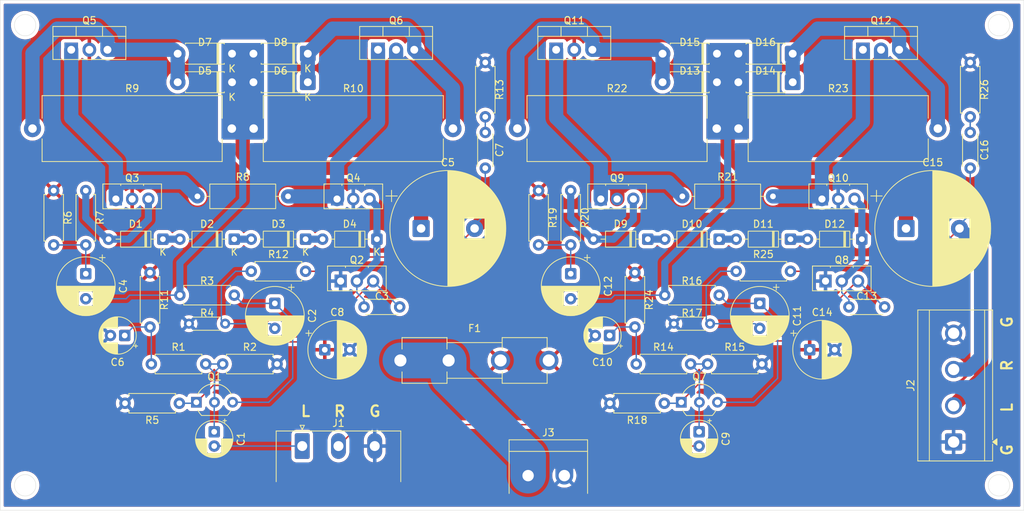
<source format=kicad_pcb>
(kicad_pcb (version 20241229) (generator "pcbnew") (generator_version "9.0")
  (layers (0 "F.Cu" signal) (2 "B.Cu" signal) (13 "F.Paste" user) (15 "B.Paste" user) (5 "F.SilkS" user "F.Silkscreen") (7 "B.SilkS" user "B.Silkscreen") (1 "F.Mask" user) (3 "B.Mask" user) (25 "Edge.Cuts" user))
  (net 0 "")
  (net 1 "Net-(Q1-B)")
  (net 2 "/amp-channel/VIN")
  (net 3 "Net-(C2-Pad2)")
  (net 4 "Net-(Q1-E)")
  (net 5 "Net-(D4-K)")
  (net 6 "Net-(Q1-C)")
  (net 7 "Net-(C4-Pad1)")
  (net 8 "/amp-channel/FB_DC")
  (net 9 "/amp-channel/VOUT")
  (net 10 "Net-(C6-Pad1)")
  (net 11 "GND")
  (net 12 "Net-(C7-Pad2)")
  (net 13 "VCC")
  (net 14 "Net-(Q7-B)")
  (net 15 "/amp-channel1/VIN")
  (net 16 "Net-(C10-Pad1)")
  (net 17 "Net-(Q7-E)")
  (net 18 "Net-(C11-Pad2)")
  (net 19 "/amp-channel1/FB_DC")
  (net 20 "Net-(C12-Pad1)")
  (net 21 "Net-(D12-K)")
  (net 22 "Net-(Q7-C)")
  (net 23 "/amp-channel1/VOUT")
  (net 24 "Net-(C16-Pad2)")
  (net 25 "Net-(D1-A)")
  (net 26 "Net-(D1-K)")
  (net 27 "Net-(D2-K)")
  (net 28 "Net-(D3-K)")
  (net 29 "Net-(D5-A)")
  (net 30 "Net-(D6-K)")
  (net 31 "Net-(D9-A)")
  (net 32 "Net-(D10-A)")
  (net 33 "Net-(D10-K)")
  (net 34 "Net-(D11-K)")
  (net 35 "Net-(D13-A)")
  (net 36 "Net-(D14-K)")
  (net 37 "Net-(J3-Pin_1)")
  (net 38 "Net-(Q3-E)")
  (net 39 "Net-(Q4-E)")
  (net 40 "Net-(Q11-B)")
  (net 41 "Net-(Q10-E)")
  (footprint "Resistor_THT:R_Axial_DIN0207_L6.3mm_D2.5mm_P7.62mm_Horizontal" (layer "F.Cu") (at 133.5 77.85 90)
    (property "Reference" "R13")
    (property "Value" "2R7")
  )
  (footprint "Package_TO_SOT_THT:TO-126-3_Vertical" (layer "F.Cu") (at 180.69 89.375)
    (property "Reference" "Q10")
    (property "Value" "BD140")
  )
  (footprint "Resistor_THT:R_Axial_Power_L25.0mm_W9.0mm_P27.94mm" (layer "F.Cu") (at 101.03 79.5)
    (property "Reference" "R10")
    (property "Value" "2R7")
  )
  (footprint "Resistor_THT:R_Axial_DIN0207_L6.3mm_D2.5mm_P7.62mm_Horizontal" (layer "F.Cu") (at 140.97 88.19 -90)
    (property "Reference" "R19")
    (property "Value" "2k2")
  )
  (footprint "Resistor_THT:R_Axial_DIN0204_L3.6mm_D1.6mm_P5.08mm_Horizontal" (layer "F.Cu") (at 165.01 106.847349 180)
    (property "Reference" "R17")
    (property "Value" "100R")
  )
  (footprint "TerminalBlock_CUI:TerminalBlock_CUI_TB007-508-04_1x04_P5.08mm_Horizontal" (layer "F.Cu") (at 199.1425 123.425 90)
    (property "Reference" "J2")
    (property "Value" "Screw_Terminal_01x04")
  )
  (footprint "Diode_THT:D_DO-35_SOD27_P7.62mm_Horizontal" (layer "F.Cu") (at 118.31 95 180)
    (property "Reference" "D4")
    (property "Value" "1N4148")
  )
  (footprint "Resistor_THT:R_Axial_DIN0207_L6.3mm_D2.5mm_P7.62mm_Horizontal" (layer "F.Cu") (at 96.69 112.5)
    (property "Reference" "R2")
    (property "Value" "33k")
  )
  (footprint "Fuse:Fuseholder_Clip-5x20mm_Eaton_1A5601-01_Inline_P20.80x6.76mm_D1.70mm_Horizontal" (layer "F.Cu") (at 121.6 112)
    (property "Reference" "F1")
    (property "Value" "Fuse Holder")
  )
  (footprint "Diode_THT:D_DO-41_SOD81_P7.62mm_Horizontal" (layer "F.Cu") (at 98 69 180)
    (property "Reference" "D7")
    (property "Value" "UF4004")
  )
  (footprint "Capacitor_THT:C_Disc_D4.3mm_W1.9mm_P5.00mm" (layer "F.Cu") (at 189.47 104.5 180)
    (property "Reference" "C13")
    (property "Value" "100pF")
  )
  (footprint "Resistor_THT:R_Axial_DIN0207_L6.3mm_D2.5mm_P7.62mm_Horizontal" (layer "F.Cu") (at 100.69 99.5)
    (property "Reference" "R12")
    (property "Value" "2k2")
  )
  (footprint "Resistor_THT:R_Axial_DIN0309_L9.0mm_D3.2mm_P12.70mm_Horizontal" (layer "F.Cu") (at 161.12 89)
    (property "Reference" "R21")
    (property "Value" "560")
  )
  (footprint "Resistor_THT:R_Axial_DIN0207_L6.3mm_D2.5mm_P7.62mm_Horizontal" (layer "F.Cu") (at 154.66 112.5)
    (property "Reference" "R14")
    (property "Value" "33k")
  )
  (footprint "Capacitor_THT:CP_Radial_D5.0mm_P2.00mm" (layer "F.Cu") (at 95.5 122 -90)
    (property "Reference" "C1")
    (property "Value" "10uF")
  )
  (footprint "Package_TO_SOT_THT:TO-92_Inline_Wide" (layer "F.Cu") (at 160.97 117.86)
    (property "Reference" "Q7")
    (property "Value" "BC559")
  )
  (footprint "Package_TO_SOT_THT:TO-220-3_Vertical" (layer "F.Cu") (at 75.46 68.45)
    (property "Reference" "Q5")
    (property "Value" "MJE3055")
  )
  (footprint "Resistor_THT:R_Axial_Power_L25.0mm_W9.0mm_P27.94mm" (layer "F.Cu") (at 70.03 79.5)
    (property "Reference" "R9")
    (property "Value" "2R7")
  )
  (footprint "Package_TO_SOT_THT:TO-220-3_Vertical" (layer "F.Cu") (at 118.46 68.45)
    (property "Reference" "Q6")
    (property "Value" "MJE2955")
  )
  (footprint "Capacitor_THT:C_Disc_D4.3mm_W1.9mm_P5.00mm" (layer "F.Cu") (at 201.47 85.04 90)
    (property "Reference" "C16")
    (property "Value" "100nF")
  )
  (footprint "Capacitor_THT:CP_Radial_D16.0mm_P7.50mm" (layer "F.Cu") (at 192.47 93.5)
    (property "Reference" "C15")
    (property "Value" "2200uF")
  )
  (footprint "Package_TO_SOT_THT:TO-126-3_Vertical" (layer "F.Cu") (at 112.72 89.375)
    (property "Reference" "Q4")
    (property "Value" "BD140")
  )
  (footprint "Diode_THT:D_DO-35_SOD27_P7.62mm_Horizontal" (layer "F.Cu") (at 186.28 95 180)
    (property "Reference" "D12")
    (property "Value" "1N4148")
  )
  (footprint "Resistor_THT:R_Axial_DIN0207_L6.3mm_D2.5mm_P7.62mm_Horizontal" (layer "F.Cu") (at 90.62 118 180)
    (property "Reference" "R5")
    (property "Value" "1k")
  )
  (footprint "Resistor_THT:R_Axial_DIN0207_L6.3mm_D2.5mm_P7.62mm_Horizontal" (layer "F.Cu") (at 154.47 107.31 90)
    (property "Reference" "R24")
    (property "Value" "12k")
  )
  (footprint "Capacitor_THT:CP_Radial_D8.0mm_P3.50mm" (layer "F.Cu") (at 145.47 99.847349 -90)
    (property "Reference" "C12")
    (property "Value" "100uF")
  )
  (footprint "Capacitor_THT:CP_Radial_D5.0mm_P2.00mm" (layer "F.Cu") (at 163.47 122 -90)
    (property "Reference" "C9")
    (property "Value" "10uF")
  )
  (footprint "Capacitor_THT:CP_Radial_D8.0mm_P3.50mm" (layer "F.Cu") (at 111 110.5)
    (property "Reference" "C8")
    (property "Value" "100uF")
  )
  (footprint "Resistor_THT:R_Axial_DIN0207_L6.3mm_D2.5mm_P7.62mm_Horizontal" (layer "F.Cu") (at 86.5 107.31 90)
    (property "Reference" "R11")
    (property "Value" "12k")
  )
  (footprint "Resistor_THT:R_Axial_DIN0207_L6.3mm_D2.5mm_P7.62mm_Horizontal" (layer "F.Cu") (at 201.47 77.85 90)
    (property "Reference" "R26")
    (property "Value" "2R7")
  )
  (footprint "Resistor_THT:R_Axial_DIN0207_L6.3mm_D2.5mm_P7.62mm_Horizontal" (layer "F.Cu") (at 164.66 112.5)
    (property "Reference" "R15")
    (property "Value" "33k")
  )
  (footprint "Diode_THT:D_DO-41_SOD81_P7.62mm_Horizontal" (layer "F.Cu") (at 98 73 180)
    (property "Reference" "D5")
    (property "Value" "UF4004")
  )
  (footprint "Diode_THT:D_DO-35_SOD27_P7.62mm_Horizontal" (layer "F.Cu") (at 98.31 95 180)
    (property "Reference" "D2")
    (property "Value" "1N4148")
  )
  (footprint "Resistor_THT:R_Axial_Power_L25.0mm_W9.0mm_P27.94mm" (layer "F.Cu") (at 169 79.5)
    (property "Reference" "R23")
    (property "Value" "2R7")
  )
  (footprint "Capacitor_THT:CP_Radial_D8.0mm_P3.50mm" (layer "F.Cu") (at 171.97 104 -90)
    (property "Reference" "C11")
    (property "Value" "100uF")
  )
  (footprint "Capacitor_THT:CP_Radial_D16.0mm_P7.50mm" (layer "F.Cu") (at 124.5 93.5)
    (property "Reference" "C5")
    (property "Value" "2200uF")
  )
  (footprint "Resistor_THT:R_Axial_DIN0207_L6.3mm_D2.5mm_P7.62mm_Horizontal" (layer "F.Cu") (at 168.66 99.5)
    (property "Reference" "R25")
    (property "Value" "2k2")
  )
  (footprint "Diode_THT:D_DO-41_SOD81_P7.62mm_Horizontal" (layer "F.Cu") (at 176.59 69 180)
    (property "Reference" "D16")
    (property "Value" "UF4004")
  )
  (footprint "Diode_THT:D_DO-35_SOD27_P7.62mm_Horizontal" (layer "F.Cu") (at 88.31 95 180)
    (property "Reference" "D1")
    (property "Value" "1N4148")
  )
  (footprint "Diode_THT:D_DO-41_SOD81_P7.62mm_Horizontal" (layer "F.Cu") (at 176.59 73 180)
    (property "Reference" "D14")
    (property "Value" "UF4004")
  )
  (footprint "Resistor_THT:R_Axial_DIN0207_L6.3mm_D2.5mm_P7.62mm_Horizontal" (layer "F.Cu") (at 145.47 95.81 90)
    (property "Reference" "R20")
    (property "Value" "2k2")
  )
  (footprint "Package_TO_SOT_THT:TO-126-3_Vertical" (layer "F.Cu") (at 81.72 89.375)
    (property "Reference" "Q3")
    (property "Value" "BD139")
  )
  (footprint "Resistor_THT:R_Axial_DIN0207_L6.3mm_D2.5mm_P7.62mm_Horizontal" (layer "F.Cu") (at 98.31 102.847349 180)
    (property "Reference" "R3")
    (property "Value" "2k2")
  )
  (footprint "Diode_THT:D_DO-35_SOD27_P7.62mm_Horizontal" (layer "F.Cu") (at 156.28 95 180)
    (property "Reference" "D9")
    (property "Value" "1N4148")
  )
  (footprint "Diode_THT:D_DO-41_SOD81_P7.62mm_Horizontal" (layer "F.Cu") (at 165.97 73 180)
    (property "Reference" "D13")
    (property "Value" "UF4004")
  )
  (footprint "Diode_THT:D_DO-35_SOD27_P7.62mm_Horizontal" (layer "F.Cu") (at 166.28 95 180)
    (property "Reference" "D10")
    (property "Value" "1N4148")
  )
  (footprint "Resistor_THT:R_Axial_DIN0204_L3.6mm_D1.6mm_P5.08mm_Horizontal" (layer "F.Cu") (at 97.04 106.847349 180)
    (property "Reference" "R4")
    (property "Value" "100R")
  )
  (footprint "Capacitor_THT:CP_Radial_D5.0mm_P2.00mm" (layer "F.Cu") (at 82.955112 108.5 180)
    (property "Reference" "C6")
    (property "Value" "33uF")
  )
  (footprint "Package_TO_SOT_THT:TO-220-3_Vertical" (layer "F.Cu") (at 143.43 68.45)
    (property "Reference" "Q11")
    (property "Value" "MJE3055")
  )
  (footprint "Capacitor_THT:CP_Radial_D8.0mm_P3.50mm" (layer "F.Cu") (at 178.97 110.5)
    (property "Reference" "C14")
    (property "Value" "100uF")
  )
  (footprint "Resistor_THT:R_Axial_DIN0207_L6.3mm_D2.5mm_P7.62mm_Horizontal" (layer "F.Cu") (at 158.59 118 180)
    (property "Reference" "R18")
    (property "Value" "1k")
  )
  (footprint "Package_TO_SOT_THT:TO-220-3_Vertical" (layer "F.Cu") (at 186.43 68.45)
    (property "Reference" "Q12")
    (property "Value" "MJE2955")
  )
  (footprint "Capacitor_THT:C_Disc_D4.3mm_W1.9mm_P5.00mm" (layer "F.Cu") (at 133.5 85.04 90)
    (property "Reference" "C7")
    (property "Value" "100nF")
  )
  (footprint "Diode_THT:D_DO-35_SOD27_P7.62mm_Horizontal" (layer "F.Cu") (at 108.31 95 180)
    (property "Reference" "D3")
    (property "Value" "1N4148")
  )
  (footprint "Diode_THT:D_DO-41_SOD81_P7.62mm_Horizontal" (layer "F.Cu") (at 108.62 73 180)
    (property "Reference" "D6")
    (property "Value" "UF4004")
  )
  (footprint "Resistor_THT:R_Axial_DIN0207_L6.3mm_D2.5mm_P7.62mm_Horizontal" (layer "F.Cu") (at 77.5 95.81 90)
    (property "Reference" "R7")
    (property "Value" "2k2")
  )
  (footprint "Package_TO_SOT_THT:TO-126-3_Vertical" (layer "F.Cu") (at 113.22 100.875)
    (property "Reference" "Q2")
    (property "Value" "BD139")
  )
  (footprint "Capacitor_THT:C_Disc_D4.3mm_W1.9mm_P5.00mm" (layer "F.Cu") (at 121.5 104.5 180)
    (property "Reference" "C3")
    (property "Value" "100pF")
  )
  (footprint "TerminalBlock_CUI:TerminalBlock_CUI_TB007-508-02_1x02_P5.08mm_Horizontal" (layer "F.Cu") (at 139.5 128.1425)
    (property "Reference" "J3")
    (property "Value" "Screw_Terminal_01x02")
  )
  (footprint "Diode_THT:D_DO-35_SOD27_P7.62mm_Horizontal" (layer "F.Cu") (at 176.28 95 180)
    (property "Reference" "D11")
    (property "Value" "1N4148")
  )
  (footprint "Resistor_THT:R_Axial_DIN0207_L6.3mm_D2.5mm_P7.62mm_Horizontal" (layer "F.Cu") (at 73 88.19 -90)
    (property "Reference" "R6")
    (property "Value" "2k2")
  )
  (footprint "Package_TO_SOT_THT:TO-92_Inline_Wide" (layer "F.Cu") (at 93 117.86)
    (property "Reference" "Q1")
    (property "Value" "BC559")
  )
  (footprint "Package_TO_SOT_THT:TO-126-3_Vertical" (layer "F.Cu") (at 149.69 89.375)
    (property "Reference" "Q9")
    (property "Value" "BD139")
  )
  (footprint "Resistor_THT:R_Axial_DIN0207_L6.3mm_D2.5mm_P7.62mm_Horizontal" (layer "F.Cu") (at 166.28 102.847349 180)
    (property "Reference" "R16")
    (property "Value" "2k2")
  )
  (footprint "Capacitor_THT:CP_Radial_D8.0mm_P3.50mm" (layer "F.Cu") (at 77.5 99.847349 -90)
    (property "Reference" "C4")
    (property "Value" "100uF")
  )
  (footprint "Resistor_THT:R_Axial_DIN0309_L9.0mm_D3.2mm_P12.70mm_Horizontal" (layer "F.Cu") (at 93.15 89)
    (property "Reference" "R8")
    (property "Value" "560")
  )
  (footprint "Diode_THT:D_DO-41_SOD81_P7.62mm_Horizontal" (layer "F.Cu") (at 108.62 69 180)
    (property "Reference" "D8")
    (property "Value" "UF4004")
  )
  (footprint "Resistor_THT:R_Axial_DIN0207_L6.3mm_D2.5mm_P7.62mm_Horizontal" (layer "F.Cu") (at 86.69 112.5)
    (property "Reference" "R1")
    (property "Value" "33k")
  )
  (footprint "Resistor_THT:R_Axial_Power_L25.0mm_W9.0mm_P27.94mm" (layer "F.Cu") (at 138 79.5)
    (property "Reference" "R22")
    (property "Value" "2R7")
  )
  (footprint "Capacitor_THT:CP_Radial_D8.0mm_P3.50mm" (layer "F.Cu") (at 104 104 -90)
    (property "Reference" "C2")
    (property "Value" "100uF")
  )
  (footprint "Capacitor_THT:CP_Radial_D5.0mm_P2.00mm" (layer "F.Cu") (at 150.925112 108.5 180)
    (property "Reference" "C10")
    (property "Value" "33uF")
  )
  (footprint "Connector_Phoenix_MSTB:PhoenixContact_MSTBA_2,5_3-G-5,08_1x03_P5.08mm_Horizontal" (layer "F.Cu") (at 107.84 124)
    (property "Reference" "J1")
    (property "Value" "Screw_Terminal_01x03")
  )
  (footprint "Package_TO_SOT_THT:TO-126-3_Vertical" (layer "F.Cu") (at 181.19 100.875)
    (property "Reference" "Q8")
    (property "Value" "BD139")
  )
  (footprint "Diode_THT:D_DO-41_SOD81_P7.62mm_Horizontal" (layer "F.Cu") (at 165.97 69 180)
    (property "Reference" "D15")
    (property "Value" "UF4004")
  )
  (gr_rect (start 164.59 67.6) (end 170.35 80.94) (stroke (width 0.2)) (fill yes) (layer "F.Cu") (net 19))
  (gr_rect (start 96.62 67.6) (end 102.38 80.94) (stroke (width 0.2)) (fill yes) (layer "F.Cu") (net 8))
  (gr_rect (start 96.62 67.6) (end 102.38 80.94) (stroke (width 0.2)) (fill yes) (layer "B.Cu") (net 8))
  (gr_rect (start 164.59 67.6) (end 170.35 80.94) (stroke (width 0.2)) (fill yes) (layer "B.Cu") (net 19))
  (gr_circle (center 69 65) (end 69 66.5) (stroke (width 0.05)) (fill no) (layer "Edge.Cuts"))
  (gr_rect (start 65.5 61.5) (end 209 133) (stroke (width 0.05)) (fill no) (layer "Edge.Cuts"))
  (gr_circle (center 205.5 129.5) (end 205.5 131) (stroke (width 0.05)) (fill no) (layer "Edge.Cuts"))
  (gr_circle (center 205.5 65) (end 205.5 66.5) (stroke (width 0.05)) (fill no) (layer "Edge.Cuts"))
  (gr_circle (center 69 129.5) (end 69 131) (stroke (width 0.05)) (fill no) (layer "Edge.Cuts"))
  (gr_text "L   R   G" (at 107.5 120 0) (layer "F.SilkS") (effects (font (size 1.5 1.5) (thickness 0.3) (bold yes)) (justify left bottom)))
  (gr_text "G    L    R    G" (at 207.5 125.5 90) (layer "F.SilkS") (effects (font (size 1.5 1.5) (thickness 0.3) (bold yes)) (justify left bottom)))
  (segment (start 95.54 113.65) (end 96.69 112.5) (width 0.2) (layer "B.Cu") (net 1))
  (segment (start 95.54 117.86) (end 95.54 113.65) (width 0.2) (layer "B.Cu") (net 1))
  (segment (start 95.54 113.73) (end 94.31 112.5) (width 0.2) (layer "B.Cu") (net 1))
  (segment (start 96.69 112.5) (end 94.31 112.5) (width 0.2) (layer "B.Cu") (net 1))
  (segment (start 95.54 117.86) (end 95.54 113.73) (width 0.2) (layer "B.Cu") (net 1))
  (segment (start 95.5 122) (end 95.5 117.9) (width 0.2) (layer "B.Cu") (net 1))
  (segment (start 95.5 117.9) (end 95.54 117.86) (width 0.2) (layer "B.Cu") (net 1))
  (segment (start 107.84 124) (end 95.5 124) (width 0.2) (layer "B.Cu") (net 2))
  (segment (start 97.04 106.847349) (end 96.5 106.307349) (width 0.2) (layer "B.Cu") (net 3))
  (segment (start 96.5 106.307349) (end 96.5 101.5) (width 0.2) (layer "B.Cu") (net 3))
  (segment (start 97.04 106.847349) (end 103.347349 106.847349) (width 0.2) (layer "B.Cu") (net 3))
  (segment (start 103.347349 106.847349) (end 104 107.5) (width 0.2) (layer "B.Cu") (net 3))
  (segment (start 96.5 101.5) (end 98.5 99.5) (width 0.2) (layer "B.Cu") (net 3))
  (segment (start 98.5 99.5) (end 100.69 99.5) (width 0.2) (layer "B.Cu") (net 3))
  (segment (start 106.5 106.5) (end 104 104) (width 0.2) (layer "B.Cu") (net 4))
  (segment (start 104 104) (end 99.462651 104) (width 0.2) (layer "B.Cu") (net 4))
  (segment (start 98.08 117.86) (end 103.14 117.86) (width 0.2) (layer "B.Cu") (net 4))
  (segment (start 99.462651 104) (end 98.31 102.847349) (width 0.2) (layer "B.Cu") (net 4))
  (segment (start 106.5 114.5) (end 106.5 106.5) (width 0.2) (layer "B.Cu") (net 4))
  (segment (start 103.14 117.86) (end 106.5 114.5) (width 0.2) (layer "B.Cu") (net 4))
  (segment (start 115.5 102.5) (end 115.5 100.875) (width 0.2) (layer "B.Cu") (net 5))
  (segment (start 116.5 103.5) (end 115.5 102.5) (width 0.2) (layer "B.Cu") (net 5))
  (segment (start 118.31 90.405) (end 117.28 89.375) (width 1) (layer "B.Cu") (net 5))
  (segment (start 118.31 98.065) (end 115.5 100.875) (width 1) (layer "B.Cu") (net 5))
  (segment (start 118.31 95) (end 118.31 98.065) (width 1) (layer "B.Cu") (net 5))
  (segment (start 118.31 95) (end 118.31 90.405) (width 1) (layer "B.Cu") (net 5))
  (segment (start 116.5 104.5) (end 116.5 103.5) (width 0.2) (layer "B.Cu") (net 5))
  (segment (start 95.36 115.5) (end 98 115.5) (width 0.2) (layer "F.Cu") (net 6))
  (segment (start 98 115.5) (end 99.5 114) (width 0.2) (layer "F.Cu") (net 6))
  (segment (start 93 117.86) (end 95.36 115.5) (width 0.2) (layer "F.Cu") (net 6))
  (segment (start 99.5 114) (end 99.5 111.36) (width 0.2) (layer "F.Cu") (net 6))
  (segment (start 109.256 109.399) (end 117.78 100.875) (width 0.2) (layer "F.Cu") (net 6))
  (segment (start 99.5 111.36) (end 101.461 109.399) (width 0.2) (layer "F.Cu") (net 6))
  (segment (start 101.461 109.399) (end 109.256 109.399) (width 0.2) (layer "F.Cu") (net 6))
  (segment (start 90.62 118) (end 92.86 118) (width 0.2) (layer "B.Cu") (net 6))
  (segment (start 92.86 118) (end 93 117.86) (width 0.2) (layer "B.Cu") (net 6))
  (segment (start 121.405 104.5) (end 117.78 100.875) (width 0.2) (layer "B.Cu") (net 6))
  (segment (start 121.5 104.5) (end 121.405 104.5) (width 0.2) (layer "B.Cu") (net 6))
  (segment (start 77.5 95.81) (end 77.5 99.847349) (width 0.2) (layer "B.Cu") (net 7))
  (segment (start 73 95.81) (end 77.5 95.81) (width 0.2) (layer "B.Cu") (net 7))
  (segment (start 99.5 83) (end 99.5 74.27) (width 2) (layer "F.Cu") (net 8))
  (segment (start 101.5 85) (end 99.5 83) (width 2) (layer "F.Cu") (net 8))
  (segment (start 124.5 93.5) (end 124.5 88) (width 2) (layer "F.Cu") (net 8))
  (segment (start 121.5 85) (end 101.5 85) (width 2) (layer "F.Cu") (net 8))
  (segment (start 124.5 88) (end 121.5 85) (width 2) (layer "F.Cu") (net 8))
  (segment (start 83.152651 103.347349) (end 83.652651 102.847349) (width 0.2) (layer "B.Cu") (net 8))
  (segment (start 90.69 102.847349) (end 90.69 98.31) (width 1) (layer "B.Cu") (net 8))
  (segment (start 99.5 89.5) (end 99.5 74.27) (width 1) (layer "B.Cu") (net 8))
  (segment (start 83.652651 102.847349) (end 90.69 102.847349) (width 0.2) (layer "B.Cu") (net 8))
  (segment (start 90.69 98.31) (end 99.5 89.5) (width 1) (layer "B.Cu") (net 8))
  (segment (start 77.5 103.347349) (end 83.152651 103.347349) (width 0.2) (layer "B.Cu") (net 8))
  (segment (start 195.5 95.5) (end 195.5 91) (width 2) (layer "F.Cu") (net 9))
  (segment (start 203 114.4875) (end 199.1425 118.345) (width 2) (layer "F.Cu") (net 9))
  (segment (start 128 97.5) (end 112.5 97.5) (width 0.2) (layer "F.Cu") (net 9))
  (segment (start 112.5 97.5) (end 110.5 99.5) (width 0.2) (layer "F.Cu") (net 9))
  (segment (start 110.5 99.5) (end 108.31 99.5) (width 0.2) (layer "F.Cu") (net 9))
  (segment (start 132 93.5) (end 128 97.5) (width 0.2) (layer "F.Cu") (net 9))
  (segment (start 133.2 92.3) (end 186.8 92.3) (width 2) (layer "F.Cu") (net 9))
  (segment (start 195.5 91) (end 197.5 89) (width 2) (layer "F.Cu") (net 9))
  (segment (start 201 89) (end 203 91) (width 2) (layer "F.Cu") (net 9))
  (segment (start 132 93.5) (end 133.2 92.3) (width 2) (layer "F.Cu") (net 9))
  (segment (start 190.699 96.199) (end 194.801 96.199) (width 2) (layer "F.Cu") (net 9))
  (segment (start 194.801 96.199) (end 195.5 95.5) (width 2) (layer "F.Cu") (net 9))
  (segment (start 197.5 89) (end 201 89) (width 2) (layer "F.Cu") (net 9))
  (segment (start 203 91) (end 203 114.4875) (width 2) (layer "F.Cu") (net 9))
  (segment (start 186.8 92.3) (end 190.699 96.199) (width 2) (layer "F.Cu") (net 9))
  (segment (start 132 93) (end 133.5 91.5) (width 0.2) (layer "B.Cu") (net 9))
  (segment (start 133.5 91.5) (end 133.5 85.04) (width 0.2) (layer "B.Cu") (net 9))
  (segment (start 132 93.5) (end 132 93) (width 0.2) (layer "B.Cu") (net 9))
  (segment (start 86.5 107.31) (end 84.145112 107.31) (width 0.2) (layer "B.Cu") (net 10))
  (segment (start 86.69 107.5) (end 86.5 107.31) (width 0.2) (layer "B.Cu") (net 10))
  (segment (start 86.69 112.5) (end 86.69 107.5) (width 0.2) (layer "B.Cu") (net 10))
  (segment (start 84.145112 107.31) (end 82.955112 108.5) (width 0.2) (layer "B.Cu") (net 10))
  (segment (start 188.97 68.45) (end 188.97 71.5) (width 2) (layer "B.Cu") (net 11))
  (segment (start 121 68.45) (end 121 71.5) (width 2) (layer "B.Cu") (net 11))
  (segment (start 144.58 128.1425) (end 144.58 125.08) (width 2.5) (layer "B.Cu") (net 11))
  (segment (start 133.5 80.04) (end 133.5 77.85) (width 0.2) (layer "B.Cu") (net 12))
  (segment (start 151.97 89.375) (end 152 89.345) (width 2) (layer "F.Cu") (net 13))
  (segment (start 152 89.345) (end 152 87.5) (width 2) (layer "F.Cu") (net 13))
  (segment (start 135.64 112) (end 142.4 112) (width 2.5) (layer "F.Cu") (net 13))
  (segment (start 164.66 112.5) (end 162.28 112.5) (width 0.2) (layer "B.Cu") (net 14))
  (segment (start 163.47 117.9) (end 163.51 117.86) (width 0.2) (layer "B.Cu") (net 14))
  (segment (start 163.51 117.86) (end 163.51 113.65) (width 0.2) (layer "B.Cu") (net 14))
  (segment (start 163.51 117.86) (end 163.51 113.73) (width 0.2) (layer "B.Cu") (net 14))
  (segment (start 163.47 122) (end 163.47 117.9) (width 0.2) (layer "B.Cu") (net 14))
  (segment (start 163.51 113.73) (end 162.28 112.5) (width 0.2) (layer "B.Cu") (net 14))
  (segment (start 163.51 113.65) (end 164.66 112.5) (width 0.2) (layer "B.Cu") (net 14))
  (segment (start 112.92 124) (end 115.92 121) (width 0.2) (layer "F.Cu") (net 15))
  (segment (start 148 121) (end 151 124) (width 0.2) (layer "F.Cu") (net 15))
  (segment (start 115.92 121) (end 148 121) (width 0.2) (layer "F.Cu") (net 15))
  (segment (start 151 124) (end 163.47 124) (width 0.2) (layer "F.Cu") (net 15))
  (segment (start 154.47 107.31) (end 152.115112 107.31) (width 0.2) (layer "B.Cu") (net 16))
  (segment (start 154.66 112.5) (end 154.66 107.5) (width 0.2) (layer "B.Cu") (net 16))
  (segment (start 152.115112 107.31) (end 150.925112 108.5) (width 0.2) (layer "B.Cu") (net 16))
  (segment (start 154.66 107.5) (end 154.47 107.31) (width 0.2) (layer "B.Cu") (net 16))
  (segment (start 171.11 117.86) (end 174.47 114.5) (width 0.2) (layer "B.Cu") (net 17))
  (segment (start 174.47 106.5) (end 171.97 104) (width 0.2) (layer "B.Cu") (net 17))
  (segment (start 166.05 117.86) (end 171.11 117.86) (width 0.2) (layer "B.Cu") (net 17))
  (segment (start 167.432651 104) (end 166.28 102.847349) (width 0.2) (layer "B.Cu") (net 17))
  (segment (start 171.97 104) (end 167.432651 104) (width 0.2) (layer "B.Cu") (net 17))
  (segment (start 174.47 114.5) (end 174.47 106.5) (width 0.2) (layer "B.Cu") (net 17))
  (segment (start 166.47 99.5) (end 168.66 99.5) (width 0.2) (layer "B.Cu") (net 18))
  (segment (start 165.01 106.847349) (end 164.47 106.307349) (width 0.2) (layer "B.Cu") (net 18))
  (segment (start 164.47 101.5) (end 166.47 99.5) (width 0.2) (layer "B.Cu") (net 18))
  (segment (start 171.317349 106.847349) (end 171.97 107.5) (width 0.2) (layer "B.Cu") (net 18))
  (segment (start 165.01 106.847349) (end 171.317349 106.847349) (width 0.2) (layer "B.Cu") (net 18))
  (segment (start 164.47 106.307349) (end 164.47 101.5) (width 0.2) (layer "B.Cu") (net 18))
  (segment (start 189.47 85) (end 169.47 85) (width 2) (layer "F.Cu") (net 19))
  (segment (start 192.47 93.5) (end 192.47 88) (width 2) (layer "F.Cu") (net 19))
  (segment (start 167.47 83) (end 167.47 74.27) (width 2) (layer "F.Cu") (net 19))
  (segment (start 192.47 88) (end 189.47 85) (width 2) (layer "F.Cu") (net 19))
  (segment (start 169.47 85) (end 167.47 83) (width 2) (layer "F.Cu") (net 19))
  (segment (start 151.122651 103.347349) (end 151.622651 102.847349) (width 0.2) (layer "B.Cu") (net 19))
  (segment (start 158.66 98.31) (end 167.47 89.5) (width 1) (layer "B.Cu") (net 19))
  (segment (start 167.47 89.5) (end 167.47 74.27) (width 1) (layer "B.Cu") (net 19))
  (segment (start 151.622651 102.847349) (end 158.66 102.847349) (width 0.2) (layer "B.Cu") (net 19))
  (segment (start 145.47 103.347349) (end 151.122651 103.347349) (width 0.2) (layer "B.Cu") (net 19))
  (segment (start 158.66 102.847349) (end 158.66 98.31) (width 1) (layer "B.Cu") (net 19))
  (segment (start 140.97 95.81) (end 145.47 95.81) (width 0.2) (layer "B.Cu") (net 20))
  (segment (start 145.47 95.81) (end 145.47 99.847349) (width 0.2) (layer "B.Cu") (net 20))
  (segment (start 184.47 104.5) (end 184.47 103.5) (width 0.2) (layer "B.Cu") (net 21))
  (segment (start 183.47 102.5) (end 183.47 100.875) (width 0.2) (layer "B.Cu") (net 21))
  (segment (start 186.28 90.405) (end 185.25 89.375) (width 1) (layer "B.Cu") (net 21))
  (segment (start 186.28 95) (end 186.28 98.065) (width 1) (layer "B.Cu") (net 21))
  (segment (start 186.28 95) (end 186.28 90.405) (width 1) (layer "B.Cu") (net 21))
  (segment (start 186.28 98.065) (end 183.47 100.875) (width 1) (layer "B.Cu") (net 21))
  (segment (start 184.47 103.5) (end 183.47 102.5) (width 0.2) (layer "B.Cu") (net 21))
  (segment (start 165.982 115.363) (end 167.482 113.863) (width 0.2) (layer "F.Cu") (net 22))
  (segment (start 177.238 109.262) (end 185.762 100.738) (width 0.2) (layer "F.Cu") (net 22))
  (segment (start 163.342 115.363) (end 165.982 115.363) (width 0.2) (layer "F.Cu") (net 22))
  (segment (start 160.982 117.723) (end 163.342 115.363) (width 0.2) (layer "F.Cu") (net 22))
  (segment (start 169.443 109.262) (end 177.238 109.262) (width 0.2) (layer "F.Cu") (net 22))
  (segment (start 167.482 111.223) (end 169.443 109.262) (width 0.2) (layer "F.Cu") (net 22))
  (segment (start 167.482 113.863) (end 167.482 111.223) (width 0.2) (layer "F.Cu") (net 22))
  (segment (start 160.83 118) (end 160.97 117.86) (width 0.2) (layer "B.Cu") (net 22))
  (segment (start 158.59 118) (end 160.83 118) (width 0.2) (layer "B.Cu") (net 22))
  (segment (start 189.47 104.5) (end 189.375 104.5) (width 0.2) (layer "B.Cu") (net 22))
  (segment (start 189.375 104.5) (end 185.75 100.875) (width 0.2) (layer "B.Cu") (net 22))
  (segment (start 180 98) (end 178.5 99.5) (width 0.2) (layer "F.Cu") (net 23))
  (segment (start 195.47 98) (end 180 98) (width 0.2) (layer "F.Cu") (net 23))
  (segment (start 178.5 99.5) (end 176.28 99.5) (width 0.2) (layer "F.Cu") (net 23))
  (segment (start 199.97 93.5) (end 195.47 98) (width 0.2) (layer "F.Cu") (net 23))
  (segment (start 201.235 113.265) (end 203 111.5) (width 2) (layer "B.Cu") (net 23))
  (segment (start 199.97 93.5) (end 199.97 93) (width 0.2) (layer "B.Cu") (net 23))
  (segment (start 199.1425 113.265) (end 201.235 113.265) (width 2) (layer "B.Cu") (net 23))
  (segment (start 203 111.5) (end 203 96.53) (width 2) (layer "B.Cu") (net 23))
  (segment (start 201.47 91.5) (end 201.47 85.04) (width 0.2) (layer "B.Cu") (net 23))
  (segment (start 203 96.53) (end 199.97 93.5) (width 2) (layer "B.Cu") (net 23))
  (segment (start 199.97 93) (end 201.47 91.5) (width 0.2) (layer "B.Cu") (net 23))
  (segment (start 201.47 80.04) (end 201.47 77.85) (width 0.2) (layer "B.Cu") (net 24))
  (segment (start 80.69 95) (end 80.5 95) (width 1) (layer "B.Cu") (net 25))
  (segment (start 83.5 95) (end 80.69 95) (width 1) (layer "B.Cu") (net 25))
  (segment (start 86.28 89.375) (end 86.28 92.22) (width 1) (layer "B.Cu") (net 25))
  (segment (start 86.28 92.22) (end 83.5 95) (width 1) (layer "B.Cu") (net 25))
  (segment (start 80.5 95) (end 77.5 92) (width 1) (layer "B.Cu") (net 25))
  (segment (start 77.5 92) (end 77.5 88.19) (width 1) (layer "B.Cu") (net 25))
  (segment (start 88.31 95) (end 90.69 95) (width 1) (layer "B.Cu") (net 26))
  (segment (start 98.31 95) (end 100.69 95) (width 1) (layer "B.Cu") (net 27))
  (segment (start 108.31 95) (end 110.69 95) (width 1) (layer "B.Cu") (net 28))
  (segment (start 80.54 67.04) (end 80.54 68.45) (width 2) (layer "B.Cu") (net 29))
  (segment (start 89.83 68.45) (end 90.38 69) (width 2) (layer "B.Cu") (net 29))
  (segment (start 70.03 68.97) (end 73.5 65.5) (width 2) (layer "B.Cu") (net 29))
  (segment (start 90.38 73) (end 90.38 69) (width 2) (layer "B.Cu") (net 29))
  (segment (start 80.54 68.45) (end 89.83 68.45) (width 2) (layer "B.Cu") (net 29))
  (segment (start 79 65.5) (end 80.54 67.04) (width 2) (layer "B.Cu") (net 29))
  (segment (start 70.03 79.5) (end 70.03 68.97) (width 2) (layer "B.Cu") (net 29))
  (segment (start 73.5 65.5) (end 79 65.5) (width 2) (layer "B.Cu") (net 29))
  (segment (start 123.54 68.45) (end 123.54 66.54) (width 2) (layer "B.Cu") (net 30))
  (segment (start 122.5 65.5) (end 112.12 65.5) (width 2) (layer "B.Cu") (net 30))
  (segment (start 128.97 79.5) (end 128.97 73.88) (width 2) (layer "B.Cu") (net 30))
  (segment (start 123.54 66.54) (end 122.5 65.5) (width 2) (layer "B.Cu") (net 30))
  (segment (start 128.97 73.88) (end 123.54 68.45) (width 2) (layer "B.Cu") (net 30))
  (segment (start 112.12 65.5) (end 108.62 69) (width 2) (layer "B.Cu") (net 30))
  (segment (start 108.62 73) (end 108.62 69) (width 2) (layer "B.Cu") (net 30))
  (segment (start 154.25 89.375) (end 154.25 92.22) (width 1) (layer "B.Cu") (net 31))
  (segment (start 148.47 95) (end 145.47 92) (width 1) (layer "B.Cu") (net 31))
  (segment (start 145.47 92) (end 145.47 88.19) (width 1) (layer "B.Cu") (net 31))
  (segment (start 148.66 95) (end 148.47 95) (width 1) (layer "B.Cu") (net 31))
  (segment (start 154.25 92.22) (end 151.47 95) (width 1) (layer "B.Cu") (net 31))
  (segment (start 151.47 95) (end 148.66 95) (width 1) (layer "B.Cu") (net 31))
  (segment (start 156.28 95) (end 158.66 95) (width 1) (layer "B.Cu") (net 32))
  (segment (start 166.28 95) (end 168.66 95) (width 1) (layer "B.Cu") (net 33))
  (segment (start 176.28 95) (end 178.66 95) (width 1) (layer "B.Cu") (net 34))
  (segment (start 138 79.5) (end 138 68.97) (width 2) (layer "B.Cu") (net 35))
  (segment (start 138 68.97) (end 141.47 65.5) (width 2) (layer "B.Cu") (net 35))
  (segment (start 146.97 65.5) (end 148.51 67.04) (width 2) (layer "B.Cu") (net 35))
  (segment (start 148.51 67.04) (end 148.51 68.45) (width 2) (layer "B.Cu") (net 35))
  (segment (start 158.35 73) (end 158.35 69) (width 2) (layer "B.Cu") (net 35))
  (segment (start 148.51 68.45) (end 157.8 68.45) (width 2) (layer "B.Cu") (net 35))
  (segment (start 157.8 68.45) (end 158.35 69) (width 2) (layer "B.Cu") (net 35))
  (segment (start 141.47 65.5) (end 146.97 65.5) (width 2) (layer "B.Cu") (net 35))
  (segment (start 196.94 79.5) (end 196.94 73.88) (width 2) (layer "B.Cu") (net 36))
  (segment (start 176.59 73) (end 176.59 69) (width 2) (layer "B.Cu") (net 36))
  (segment (start 180.09 65.5) (end 176.59 69) (width 2) (layer "B.Cu") (net 36))
  (segment (start 190.47 65.5) (end 180.09 65.5) (width 2) (layer "B.Cu") (net 36))
  (segment (start 191.51 66.54) (end 190.47 65.5) (width 2) (layer "B.Cu") (net 36))
  (segment (start 196.94 73.88) (end 191.51 68.45) (width 2) (layer "B.Cu") (net 36))
  (segment (start 191.51 68.45) (end 191.51 66.54) (width 2) (layer "B.Cu") (net 36))
  (segment (start 139.5 128.1425) (end 139.5 125.5) (width 5) (layer "B.Cu") (net 37))
  (segment (start 128.36 112) (end 121.6 112) (width 5) (layer "B.Cu") (net 37))
  (segment (start 128.36 114.36) (end 128.36 112) (width 5) (layer "B.Cu") (net 37))
  (segment (start 139.5 125.5) (end 128.36 114.36) (width 5) (layer "B.Cu") (net 37))
  (segment (start 91.15 87) (end 93.15 89) (width 2) (layer "B.Cu") (net 38))
  (segment (start 75.46 68.45) (end 75.46 77.96) (width 2) (layer "B.Cu") (net 38))
  (segment (start 81.72 84.22) (end 81.72 89.375) (width 2) (layer "B.Cu") (net 38))
  (segment (start 75.46 77.96) (end 81.72 84.22) (width 2) (layer "B.Cu") (net 38))
  (segment (start 81.72 89.375) (end 81.72 87.78) (width 2) (layer "B.Cu") (net 38))
  (segment (start 81.72 87.78) (end 82.5 87) (width 2) (layer "B.Cu") (net 38))
  (segment (start 82.5 87) (end 91.15 87) (width 2) (layer "B.Cu") (net 38))
  (segment (start 118.46 68.45) (end 118.46 78.54) (width 2) (layer "B.Cu") (net 39))
  (segment (start 112.345 89) (end 112.72 89.375) (width 2) (layer "B.Cu") (net 39))
  (segment (start 112.72 84.28) (end 112.72 89.375) (width 2) (layer "B.Cu") (net 39))
  (segment (start 118.46 78.54) (end 112.72 84.28) (width 2) (layer "B.Cu") (net 39))
  (segment (start 105.85 89) (end 112.345 89) (width 2) (layer "B.Cu") (net 39))
  (segment (start 149.69 84.22) (end 149.69 89.375) (width 2) (layer "B.Cu") (net 40))
  (segment (start 150.47 87) (end 159.12 87) (width 2) (layer "B.Cu") (net 40))
  (segment (start 149.69 87.78) (end 150.47 87) (width 2) (layer "B.Cu") (net 40))
  (segment (start 143.43 77.96) (end 149.69 84.22) (width 2) (layer "B.Cu") (net 40))
  (segment (start 143.43 68.45) (end 143.43 77.96) (width 2) (layer "B.Cu") (net 40))
  (segment (start 159.12 87) (end 161.12 89) (width 2) (layer "B.Cu") (net 40))
  (segment (start 149.69 89.375) (end 149.69 87.78) (width 2) (layer "B.Cu") (net 40))
  (segment (start 186.43 78.54) (end 180.69 84.28) (width 2) (layer "B.Cu") (net 41))
  (segment (start 186.43 68.45) (end 186.43 78.54) (width 2) (layer "B.Cu") (net 41))
  (segment (start 180.69 84.28) (end 180.69 89.375) (width 2) (layer "B.Cu") (net 41))
  (segment (start 180.315 89) (end 180.69 89.375) (width 2) (layer "B.Cu") (net 41))
  (segment (start 173.82 89) (end 180.315 89) (width 2) (layer "B.Cu") (net 41))
  (zone (net 13) (net_name "VCC") (layer "F.Cu") (priority 1) (connect_pads (clearance 0.5)) (min_thickness 0.25) (fill yes (thermal_gap 0.5) (thermal_bridge_width 0.5))
    (polygon (pts (xy 208.5 62) (xy 208.5 132.5) (xy 66 132.5) (xy 66 62)))
  )
  (zone (net 11) (net_name "GND") (layer "B.Cu") (connect_pads (clearance 0.5)) (min_thickness 0.25) (fill yes (thermal_gap 0.5) (thermal_bridge_width 0.5))
    (polygon (pts (xy 66 132.5) (xy 66 62) (xy 208.5 62) (xy 208.5 132.5)))
  )
)
</source>
